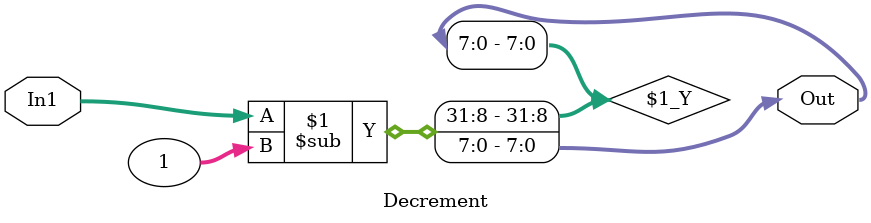
<source format=v>
`timescale 1ns / 1ps
module Decrement(In1,
                 Out
    );

input [7:0] In1;

output [7:0] Out;

assign Out=In1-1;

endmodule

</source>
